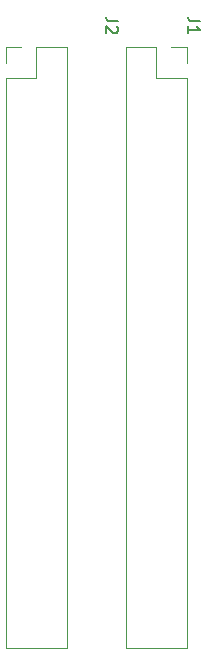
<source format=gto>
G04 #@! TF.GenerationSoftware,KiCad,Pcbnew,(5.1.2)-2*
G04 #@! TF.CreationDate,2019-06-27T20:54:23+09:00*
G04 #@! TF.ProjectId,itg_uturn_adapter,6974675f-7574-4757-926e-5f6164617074,rev?*
G04 #@! TF.SameCoordinates,Original*
G04 #@! TF.FileFunction,Legend,Top*
G04 #@! TF.FilePolarity,Positive*
%FSLAX46Y46*%
G04 Gerber Fmt 4.6, Leading zero omitted, Abs format (unit mm)*
G04 Created by KiCad (PCBNEW (5.1.2)-2) date 2019-06-27 20:54:23*
%MOMM*%
%LPD*%
G04 APERTURE LIST*
%ADD10C,0.120000*%
%ADD11C,0.150000*%
G04 APERTURE END LIST*
D10*
X100270000Y-63440000D02*
X102870000Y-63440000D01*
X100270000Y-63440000D02*
X100270000Y-114360000D01*
X100270000Y-114360000D02*
X105470000Y-114360000D01*
X105470000Y-66040000D02*
X105470000Y-114360000D01*
X102870000Y-66040000D02*
X105470000Y-66040000D01*
X102870000Y-63440000D02*
X102870000Y-66040000D01*
X105470000Y-63440000D02*
X105470000Y-64770000D01*
X104140000Y-63440000D02*
X105470000Y-63440000D01*
X90110000Y-114360000D02*
X95310000Y-114360000D01*
X90110000Y-66040000D02*
X90110000Y-114360000D01*
X95310000Y-63440000D02*
X95310000Y-114360000D01*
X90110000Y-66040000D02*
X92710000Y-66040000D01*
X92710000Y-66040000D02*
X92710000Y-63440000D01*
X92710000Y-63440000D02*
X95310000Y-63440000D01*
X90110000Y-64770000D02*
X90110000Y-63440000D01*
X90110000Y-63440000D02*
X91440000Y-63440000D01*
D11*
X106592619Y-61261666D02*
X105878333Y-61261666D01*
X105735476Y-61214047D01*
X105640238Y-61118809D01*
X105592619Y-60975952D01*
X105592619Y-60880714D01*
X105592619Y-62261666D02*
X105592619Y-61690238D01*
X105592619Y-61975952D02*
X106592619Y-61975952D01*
X106449761Y-61880714D01*
X106354523Y-61785476D01*
X106306904Y-61690238D01*
X99607619Y-61261666D02*
X98893333Y-61261666D01*
X98750476Y-61214047D01*
X98655238Y-61118809D01*
X98607619Y-60975952D01*
X98607619Y-60880714D01*
X99512380Y-61690238D02*
X99560000Y-61737857D01*
X99607619Y-61833095D01*
X99607619Y-62071190D01*
X99560000Y-62166428D01*
X99512380Y-62214047D01*
X99417142Y-62261666D01*
X99321904Y-62261666D01*
X99179047Y-62214047D01*
X98607619Y-61642619D01*
X98607619Y-62261666D01*
M02*

</source>
